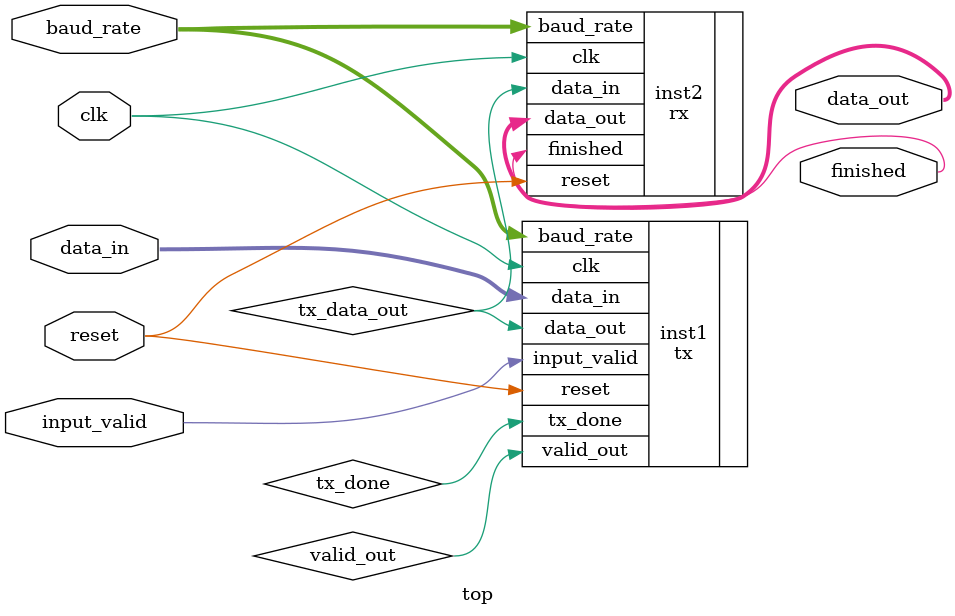
<source format=v>
`include "tx.v"
`include "rx.v"

module top #(parameter clock_frequency = 100000000 )(
	input clk,
	input reset,
	input [31:0]baud_rate,
	input [7:0]data_in,
	input input_valid,
	output [7:0]data_out,
	output finished
	);

wire tx_data_out;
wire tx_done;
wire valid_out;

tx #(.clock_frequency(clock_frequency)) inst1  (
	.clk(clk), 
	.reset(reset),
	.baud_rate(baud_rate),
	.data_in(data_in),
	.data_out(tx_data_out), 
	.tx_done(tx_done),
	.input_valid(input_valid),
	.valid_out(valid_out)
);

rx #(.clock_frequency(clock_frequency)) inst2  (
	.clk(clk), 
	.reset(reset),
	.baud_rate(baud_rate),
	.data_in(tx_data_out),
	.data_out(data_out), 
	.finished(finished)
);

endmodule

</source>
